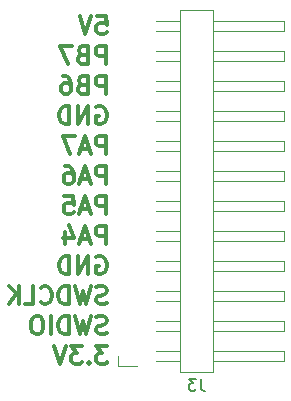
<source format=gbo>
G04 #@! TF.GenerationSoftware,KiCad,Pcbnew,5.0.2+dfsg1-1*
G04 #@! TF.CreationDate,2020-12-03T00:07:36+01:00*
G04 #@! TF.ProjectId,left,6c656674-2e6b-4696-9361-645f70636258,rev?*
G04 #@! TF.SameCoordinates,Original*
G04 #@! TF.FileFunction,Legend,Bot*
G04 #@! TF.FilePolarity,Positive*
%FSLAX46Y46*%
G04 Gerber Fmt 4.6, Leading zero omitted, Abs format (unit mm)*
G04 Created by KiCad (PCBNEW 5.0.2+dfsg1-1) date jeu. 03 déc. 2020 00:07:36 CET*
%MOMM*%
%LPD*%
G01*
G04 APERTURE LIST*
%ADD10C,0.300000*%
%ADD11C,0.120000*%
%ADD12C,0.150000*%
%ADD13C,2.200000*%
%ADD14C,4.000000*%
%ADD15C,1.900000*%
%ADD16C,1.700000*%
%ADD17O,1.600000X2.000000*%
%ADD18C,0.800000*%
%ADD19R,2.500000X1.000000*%
%ADD20O,1.000000X2.100000*%
%ADD21C,0.650000*%
%ADD22O,1.000000X1.600000*%
G04 APERTURE END LIST*
D10*
X234953571Y-62043571D02*
X235667857Y-62043571D01*
X235739285Y-62757857D01*
X235667857Y-62686428D01*
X235525000Y-62615000D01*
X235167857Y-62615000D01*
X235025000Y-62686428D01*
X234953571Y-62757857D01*
X234882142Y-62900714D01*
X234882142Y-63257857D01*
X234953571Y-63400714D01*
X235025000Y-63472142D01*
X235167857Y-63543571D01*
X235525000Y-63543571D01*
X235667857Y-63472142D01*
X235739285Y-63400714D01*
X234453571Y-62043571D02*
X233953571Y-63543571D01*
X233453571Y-62043571D01*
X235667857Y-66083571D02*
X235667857Y-64583571D01*
X235096428Y-64583571D01*
X234953571Y-64655000D01*
X234882142Y-64726428D01*
X234810714Y-64869285D01*
X234810714Y-65083571D01*
X234882142Y-65226428D01*
X234953571Y-65297857D01*
X235096428Y-65369285D01*
X235667857Y-65369285D01*
X233667857Y-65297857D02*
X233453571Y-65369285D01*
X233382142Y-65440714D01*
X233310714Y-65583571D01*
X233310714Y-65797857D01*
X233382142Y-65940714D01*
X233453571Y-66012142D01*
X233596428Y-66083571D01*
X234167857Y-66083571D01*
X234167857Y-64583571D01*
X233667857Y-64583571D01*
X233525000Y-64655000D01*
X233453571Y-64726428D01*
X233382142Y-64869285D01*
X233382142Y-65012142D01*
X233453571Y-65155000D01*
X233525000Y-65226428D01*
X233667857Y-65297857D01*
X234167857Y-65297857D01*
X232810714Y-64583571D02*
X231810714Y-64583571D01*
X232453571Y-66083571D01*
X235667857Y-68623571D02*
X235667857Y-67123571D01*
X235096428Y-67123571D01*
X234953571Y-67195000D01*
X234882142Y-67266428D01*
X234810714Y-67409285D01*
X234810714Y-67623571D01*
X234882142Y-67766428D01*
X234953571Y-67837857D01*
X235096428Y-67909285D01*
X235667857Y-67909285D01*
X233667857Y-67837857D02*
X233453571Y-67909285D01*
X233382142Y-67980714D01*
X233310714Y-68123571D01*
X233310714Y-68337857D01*
X233382142Y-68480714D01*
X233453571Y-68552142D01*
X233596428Y-68623571D01*
X234167857Y-68623571D01*
X234167857Y-67123571D01*
X233667857Y-67123571D01*
X233525000Y-67195000D01*
X233453571Y-67266428D01*
X233382142Y-67409285D01*
X233382142Y-67552142D01*
X233453571Y-67695000D01*
X233525000Y-67766428D01*
X233667857Y-67837857D01*
X234167857Y-67837857D01*
X232025000Y-67123571D02*
X232310714Y-67123571D01*
X232453571Y-67195000D01*
X232525000Y-67266428D01*
X232667857Y-67480714D01*
X232739285Y-67766428D01*
X232739285Y-68337857D01*
X232667857Y-68480714D01*
X232596428Y-68552142D01*
X232453571Y-68623571D01*
X232167857Y-68623571D01*
X232025000Y-68552142D01*
X231953571Y-68480714D01*
X231882142Y-68337857D01*
X231882142Y-67980714D01*
X231953571Y-67837857D01*
X232025000Y-67766428D01*
X232167857Y-67695000D01*
X232453571Y-67695000D01*
X232596428Y-67766428D01*
X232667857Y-67837857D01*
X232739285Y-67980714D01*
X234882142Y-69735000D02*
X235025000Y-69663571D01*
X235239285Y-69663571D01*
X235453571Y-69735000D01*
X235596428Y-69877857D01*
X235667857Y-70020714D01*
X235739285Y-70306428D01*
X235739285Y-70520714D01*
X235667857Y-70806428D01*
X235596428Y-70949285D01*
X235453571Y-71092142D01*
X235239285Y-71163571D01*
X235096428Y-71163571D01*
X234882142Y-71092142D01*
X234810714Y-71020714D01*
X234810714Y-70520714D01*
X235096428Y-70520714D01*
X234167857Y-71163571D02*
X234167857Y-69663571D01*
X233310714Y-71163571D01*
X233310714Y-69663571D01*
X232596428Y-71163571D02*
X232596428Y-69663571D01*
X232239285Y-69663571D01*
X232025000Y-69735000D01*
X231882142Y-69877857D01*
X231810714Y-70020714D01*
X231739285Y-70306428D01*
X231739285Y-70520714D01*
X231810714Y-70806428D01*
X231882142Y-70949285D01*
X232025000Y-71092142D01*
X232239285Y-71163571D01*
X232596428Y-71163571D01*
X235667857Y-73703571D02*
X235667857Y-72203571D01*
X235096428Y-72203571D01*
X234953571Y-72275000D01*
X234882142Y-72346428D01*
X234810714Y-72489285D01*
X234810714Y-72703571D01*
X234882142Y-72846428D01*
X234953571Y-72917857D01*
X235096428Y-72989285D01*
X235667857Y-72989285D01*
X234239285Y-73275000D02*
X233525000Y-73275000D01*
X234382142Y-73703571D02*
X233882142Y-72203571D01*
X233382142Y-73703571D01*
X233025000Y-72203571D02*
X232025000Y-72203571D01*
X232667857Y-73703571D01*
X235667857Y-76243571D02*
X235667857Y-74743571D01*
X235096428Y-74743571D01*
X234953571Y-74815000D01*
X234882142Y-74886428D01*
X234810714Y-75029285D01*
X234810714Y-75243571D01*
X234882142Y-75386428D01*
X234953571Y-75457857D01*
X235096428Y-75529285D01*
X235667857Y-75529285D01*
X234239285Y-75815000D02*
X233525000Y-75815000D01*
X234382142Y-76243571D02*
X233882142Y-74743571D01*
X233382142Y-76243571D01*
X232239285Y-74743571D02*
X232525000Y-74743571D01*
X232667857Y-74815000D01*
X232739285Y-74886428D01*
X232882142Y-75100714D01*
X232953571Y-75386428D01*
X232953571Y-75957857D01*
X232882142Y-76100714D01*
X232810714Y-76172142D01*
X232667857Y-76243571D01*
X232382142Y-76243571D01*
X232239285Y-76172142D01*
X232167857Y-76100714D01*
X232096428Y-75957857D01*
X232096428Y-75600714D01*
X232167857Y-75457857D01*
X232239285Y-75386428D01*
X232382142Y-75315000D01*
X232667857Y-75315000D01*
X232810714Y-75386428D01*
X232882142Y-75457857D01*
X232953571Y-75600714D01*
X235667857Y-78783571D02*
X235667857Y-77283571D01*
X235096428Y-77283571D01*
X234953571Y-77355000D01*
X234882142Y-77426428D01*
X234810714Y-77569285D01*
X234810714Y-77783571D01*
X234882142Y-77926428D01*
X234953571Y-77997857D01*
X235096428Y-78069285D01*
X235667857Y-78069285D01*
X234239285Y-78355000D02*
X233525000Y-78355000D01*
X234382142Y-78783571D02*
X233882142Y-77283571D01*
X233382142Y-78783571D01*
X232167857Y-77283571D02*
X232882142Y-77283571D01*
X232953571Y-77997857D01*
X232882142Y-77926428D01*
X232739285Y-77855000D01*
X232382142Y-77855000D01*
X232239285Y-77926428D01*
X232167857Y-77997857D01*
X232096428Y-78140714D01*
X232096428Y-78497857D01*
X232167857Y-78640714D01*
X232239285Y-78712142D01*
X232382142Y-78783571D01*
X232739285Y-78783571D01*
X232882142Y-78712142D01*
X232953571Y-78640714D01*
X235667857Y-81323571D02*
X235667857Y-79823571D01*
X235096428Y-79823571D01*
X234953571Y-79895000D01*
X234882142Y-79966428D01*
X234810714Y-80109285D01*
X234810714Y-80323571D01*
X234882142Y-80466428D01*
X234953571Y-80537857D01*
X235096428Y-80609285D01*
X235667857Y-80609285D01*
X234239285Y-80895000D02*
X233525000Y-80895000D01*
X234382142Y-81323571D02*
X233882142Y-79823571D01*
X233382142Y-81323571D01*
X232239285Y-80323571D02*
X232239285Y-81323571D01*
X232596428Y-79752142D02*
X232953571Y-80823571D01*
X232025000Y-80823571D01*
X234882142Y-82435000D02*
X235025000Y-82363571D01*
X235239285Y-82363571D01*
X235453571Y-82435000D01*
X235596428Y-82577857D01*
X235667857Y-82720714D01*
X235739285Y-83006428D01*
X235739285Y-83220714D01*
X235667857Y-83506428D01*
X235596428Y-83649285D01*
X235453571Y-83792142D01*
X235239285Y-83863571D01*
X235096428Y-83863571D01*
X234882142Y-83792142D01*
X234810714Y-83720714D01*
X234810714Y-83220714D01*
X235096428Y-83220714D01*
X234167857Y-83863571D02*
X234167857Y-82363571D01*
X233310714Y-83863571D01*
X233310714Y-82363571D01*
X232596428Y-83863571D02*
X232596428Y-82363571D01*
X232239285Y-82363571D01*
X232025000Y-82435000D01*
X231882142Y-82577857D01*
X231810714Y-82720714D01*
X231739285Y-83006428D01*
X231739285Y-83220714D01*
X231810714Y-83506428D01*
X231882142Y-83649285D01*
X232025000Y-83792142D01*
X232239285Y-83863571D01*
X232596428Y-83863571D01*
X235739285Y-86332142D02*
X235525000Y-86403571D01*
X235167857Y-86403571D01*
X235025000Y-86332142D01*
X234953571Y-86260714D01*
X234882142Y-86117857D01*
X234882142Y-85975000D01*
X234953571Y-85832142D01*
X235025000Y-85760714D01*
X235167857Y-85689285D01*
X235453571Y-85617857D01*
X235596428Y-85546428D01*
X235667857Y-85475000D01*
X235739285Y-85332142D01*
X235739285Y-85189285D01*
X235667857Y-85046428D01*
X235596428Y-84975000D01*
X235453571Y-84903571D01*
X235096428Y-84903571D01*
X234882142Y-84975000D01*
X234382142Y-84903571D02*
X234025000Y-86403571D01*
X233739285Y-85332142D01*
X233453571Y-86403571D01*
X233096428Y-84903571D01*
X232525000Y-86403571D02*
X232525000Y-84903571D01*
X232167857Y-84903571D01*
X231953571Y-84975000D01*
X231810714Y-85117857D01*
X231739285Y-85260714D01*
X231667857Y-85546428D01*
X231667857Y-85760714D01*
X231739285Y-86046428D01*
X231810714Y-86189285D01*
X231953571Y-86332142D01*
X232167857Y-86403571D01*
X232525000Y-86403571D01*
X230167857Y-86260714D02*
X230239285Y-86332142D01*
X230453571Y-86403571D01*
X230596428Y-86403571D01*
X230810714Y-86332142D01*
X230953571Y-86189285D01*
X231025000Y-86046428D01*
X231096428Y-85760714D01*
X231096428Y-85546428D01*
X231025000Y-85260714D01*
X230953571Y-85117857D01*
X230810714Y-84975000D01*
X230596428Y-84903571D01*
X230453571Y-84903571D01*
X230239285Y-84975000D01*
X230167857Y-85046428D01*
X228810714Y-86403571D02*
X229525000Y-86403571D01*
X229525000Y-84903571D01*
X228310714Y-86403571D02*
X228310714Y-84903571D01*
X227453571Y-86403571D02*
X228096428Y-85546428D01*
X227453571Y-84903571D02*
X228310714Y-85760714D01*
X235739285Y-88872142D02*
X235525000Y-88943571D01*
X235167857Y-88943571D01*
X235025000Y-88872142D01*
X234953571Y-88800714D01*
X234882142Y-88657857D01*
X234882142Y-88515000D01*
X234953571Y-88372142D01*
X235025000Y-88300714D01*
X235167857Y-88229285D01*
X235453571Y-88157857D01*
X235596428Y-88086428D01*
X235667857Y-88015000D01*
X235739285Y-87872142D01*
X235739285Y-87729285D01*
X235667857Y-87586428D01*
X235596428Y-87515000D01*
X235453571Y-87443571D01*
X235096428Y-87443571D01*
X234882142Y-87515000D01*
X234382142Y-87443571D02*
X234025000Y-88943571D01*
X233739285Y-87872142D01*
X233453571Y-88943571D01*
X233096428Y-87443571D01*
X232525000Y-88943571D02*
X232525000Y-87443571D01*
X232167857Y-87443571D01*
X231953571Y-87515000D01*
X231810714Y-87657857D01*
X231739285Y-87800714D01*
X231667857Y-88086428D01*
X231667857Y-88300714D01*
X231739285Y-88586428D01*
X231810714Y-88729285D01*
X231953571Y-88872142D01*
X232167857Y-88943571D01*
X232525000Y-88943571D01*
X231025000Y-88943571D02*
X231025000Y-87443571D01*
X230025000Y-87443571D02*
X229739285Y-87443571D01*
X229596428Y-87515000D01*
X229453571Y-87657857D01*
X229382142Y-87943571D01*
X229382142Y-88443571D01*
X229453571Y-88729285D01*
X229596428Y-88872142D01*
X229739285Y-88943571D01*
X230025000Y-88943571D01*
X230167857Y-88872142D01*
X230310714Y-88729285D01*
X230382142Y-88443571D01*
X230382142Y-87943571D01*
X230310714Y-87657857D01*
X230167857Y-87515000D01*
X230025000Y-87443571D01*
X235810714Y-89983571D02*
X234882142Y-89983571D01*
X235382142Y-90555000D01*
X235167857Y-90555000D01*
X235025000Y-90626428D01*
X234953571Y-90697857D01*
X234882142Y-90840714D01*
X234882142Y-91197857D01*
X234953571Y-91340714D01*
X235025000Y-91412142D01*
X235167857Y-91483571D01*
X235596428Y-91483571D01*
X235739285Y-91412142D01*
X235810714Y-91340714D01*
X234239285Y-91340714D02*
X234167857Y-91412142D01*
X234239285Y-91483571D01*
X234310714Y-91412142D01*
X234239285Y-91340714D01*
X234239285Y-91483571D01*
X233667857Y-89983571D02*
X232739285Y-89983571D01*
X233239285Y-90555000D01*
X233025000Y-90555000D01*
X232882142Y-90626428D01*
X232810714Y-90697857D01*
X232739285Y-90840714D01*
X232739285Y-91197857D01*
X232810714Y-91340714D01*
X232882142Y-91412142D01*
X233025000Y-91483571D01*
X233453571Y-91483571D01*
X233596428Y-91412142D01*
X233667857Y-91340714D01*
X232310714Y-89983571D02*
X231810714Y-91483571D01*
X231310714Y-89983571D01*
D11*
G04 #@! TO.C,J3*
X236745000Y-91625000D02*
X238315000Y-91625000D01*
X236745000Y-90805000D02*
X236745000Y-91625000D01*
X250735000Y-62425000D02*
X244735000Y-62425000D01*
X250735000Y-63305000D02*
X250735000Y-62425000D01*
X244735000Y-63305000D02*
X250735000Y-63305000D01*
X239885000Y-62425000D02*
X241995000Y-62425000D01*
X239885000Y-63305000D02*
X241995000Y-63305000D01*
X250735000Y-64965000D02*
X244735000Y-64965000D01*
X250735000Y-65845000D02*
X250735000Y-64965000D01*
X244735000Y-65845000D02*
X250735000Y-65845000D01*
X239885000Y-64965000D02*
X241995000Y-64965000D01*
X239885000Y-65845000D02*
X241995000Y-65845000D01*
X250735000Y-67505000D02*
X244735000Y-67505000D01*
X250735000Y-68385000D02*
X250735000Y-67505000D01*
X244735000Y-68385000D02*
X250735000Y-68385000D01*
X239885000Y-67505000D02*
X241995000Y-67505000D01*
X239885000Y-68385000D02*
X241995000Y-68385000D01*
X250735000Y-70045000D02*
X244735000Y-70045000D01*
X250735000Y-70925000D02*
X250735000Y-70045000D01*
X244735000Y-70925000D02*
X250735000Y-70925000D01*
X239885000Y-70045000D02*
X241995000Y-70045000D01*
X239885000Y-70925000D02*
X241995000Y-70925000D01*
X250735000Y-72585000D02*
X244735000Y-72585000D01*
X250735000Y-73465000D02*
X250735000Y-72585000D01*
X244735000Y-73465000D02*
X250735000Y-73465000D01*
X239885000Y-72585000D02*
X241995000Y-72585000D01*
X239885000Y-73465000D02*
X241995000Y-73465000D01*
X250735000Y-75125000D02*
X244735000Y-75125000D01*
X250735000Y-76005000D02*
X250735000Y-75125000D01*
X244735000Y-76005000D02*
X250735000Y-76005000D01*
X239885000Y-75125000D02*
X241995000Y-75125000D01*
X239885000Y-76005000D02*
X241995000Y-76005000D01*
X250735000Y-77665000D02*
X244735000Y-77665000D01*
X250735000Y-78545000D02*
X250735000Y-77665000D01*
X244735000Y-78545000D02*
X250735000Y-78545000D01*
X239885000Y-77665000D02*
X241995000Y-77665000D01*
X239885000Y-78545000D02*
X241995000Y-78545000D01*
X250735000Y-80205000D02*
X244735000Y-80205000D01*
X250735000Y-81085000D02*
X250735000Y-80205000D01*
X244735000Y-81085000D02*
X250735000Y-81085000D01*
X239885000Y-80205000D02*
X241995000Y-80205000D01*
X239885000Y-81085000D02*
X241995000Y-81085000D01*
X250735000Y-82745000D02*
X244735000Y-82745000D01*
X250735000Y-83625000D02*
X250735000Y-82745000D01*
X244735000Y-83625000D02*
X250735000Y-83625000D01*
X239885000Y-82745000D02*
X241995000Y-82745000D01*
X239885000Y-83625000D02*
X241995000Y-83625000D01*
X250735000Y-85285000D02*
X244735000Y-85285000D01*
X250735000Y-86165000D02*
X250735000Y-85285000D01*
X244735000Y-86165000D02*
X250735000Y-86165000D01*
X239885000Y-85285000D02*
X241995000Y-85285000D01*
X239885000Y-86165000D02*
X241995000Y-86165000D01*
X250735000Y-87825000D02*
X244735000Y-87825000D01*
X250735000Y-88705000D02*
X250735000Y-87825000D01*
X244735000Y-88705000D02*
X250735000Y-88705000D01*
X239885000Y-87825000D02*
X241995000Y-87825000D01*
X239885000Y-88705000D02*
X241995000Y-88705000D01*
X250735000Y-90365000D02*
X244735000Y-90365000D01*
X250735000Y-91245000D02*
X250735000Y-90365000D01*
X244735000Y-91245000D02*
X250735000Y-91245000D01*
X239885000Y-90365000D02*
X241995000Y-90365000D01*
X239885000Y-91245000D02*
X241995000Y-91245000D01*
X241995000Y-61475000D02*
X241995000Y-92195000D01*
X244735000Y-61475000D02*
X241995000Y-61475000D01*
X244735000Y-92195000D02*
X244735000Y-61475000D01*
X241995000Y-92195000D02*
X244735000Y-92195000D01*
D12*
X243693333Y-92727380D02*
X243693333Y-93441666D01*
X243740952Y-93584523D01*
X243836190Y-93679761D01*
X243979047Y-93727380D01*
X244074285Y-93727380D01*
X243312380Y-92727380D02*
X242693333Y-92727380D01*
X243026666Y-93108333D01*
X242883809Y-93108333D01*
X242788571Y-93155952D01*
X242740952Y-93203571D01*
X242693333Y-93298809D01*
X242693333Y-93536904D01*
X242740952Y-93632142D01*
X242788571Y-93679761D01*
X242883809Y-93727380D01*
X243169523Y-93727380D01*
X243264761Y-93679761D01*
X243312380Y-93632142D01*
G04 #@! TD*
%LPC*%
D13*
G04 #@! TO.C,SW15*
X228935337Y-117530365D03*
D14*
X222631000Y-118745000D03*
D15*
X217708861Y-116290912D03*
X227553139Y-121199088D03*
D13*
X225263567Y-113464887D03*
X227170818Y-115332076D03*
X220354643Y-114771853D03*
D16*
X227177267Y-121011685D03*
X218084733Y-116478315D03*
G04 #@! TD*
G04 #@! TO.C,SW4*
X109220000Y-85725000D03*
X119380000Y-85725000D03*
D13*
X110490000Y-83185000D03*
X116840000Y-80645000D03*
X114300000Y-79825000D03*
D15*
X119800000Y-85725000D03*
X108800000Y-85725000D03*
D14*
X114300000Y-85725000D03*
D13*
X119400000Y-81825000D03*
G04 #@! TD*
G04 #@! TO.C,SW5*
X119400000Y-100875000D03*
D14*
X114300000Y-104775000D03*
D15*
X108800000Y-104775000D03*
X119800000Y-104775000D03*
D13*
X114300000Y-98875000D03*
X116840000Y-99695000D03*
X110490000Y-102235000D03*
D16*
X119380000Y-104775000D03*
X109220000Y-104775000D03*
G04 #@! TD*
G04 #@! TO.C,SW7*
X147320000Y-53975000D03*
X157480000Y-53975000D03*
D13*
X148590000Y-51435000D03*
X154940000Y-48895000D03*
X152400000Y-48075000D03*
D15*
X157900000Y-53975000D03*
X146900000Y-53975000D03*
D14*
X152400000Y-53975000D03*
D13*
X157500000Y-50075000D03*
G04 #@! TD*
G04 #@! TO.C,SW13*
X214650000Y-71665000D03*
D14*
X209550000Y-75565000D03*
D15*
X204050000Y-75565000D03*
X215050000Y-75565000D03*
D13*
X209550000Y-69665000D03*
X212090000Y-70485000D03*
X205740000Y-73025000D03*
D16*
X214630000Y-75565000D03*
X204470000Y-75565000D03*
G04 #@! TD*
G04 #@! TO.C,SW8*
X147320000Y-73025000D03*
X157480000Y-73025000D03*
D13*
X148590000Y-70485000D03*
X154940000Y-67945000D03*
X152400000Y-67125000D03*
D15*
X157900000Y-73025000D03*
X146900000Y-73025000D03*
D14*
X152400000Y-73025000D03*
D13*
X157500000Y-69125000D03*
G04 #@! TD*
G04 #@! TO.C,SW9*
X157500000Y-88175000D03*
D14*
X152400000Y-92075000D03*
D15*
X146900000Y-92075000D03*
X157900000Y-92075000D03*
D13*
X152400000Y-86175000D03*
X154940000Y-86995000D03*
X148590000Y-89535000D03*
D16*
X157480000Y-92075000D03*
X147320000Y-92075000D03*
G04 #@! TD*
G04 #@! TO.C,SW10*
X156845000Y-111125000D03*
X167005000Y-111125000D03*
D13*
X158115000Y-108585000D03*
X164465000Y-106045000D03*
X161925000Y-105225000D03*
D15*
X167425000Y-111125000D03*
X156425000Y-111125000D03*
D14*
X161925000Y-111125000D03*
D13*
X167025000Y-107225000D03*
G04 #@! TD*
G04 #@! TO.C,SW12*
X214650000Y-52615000D03*
D14*
X209550000Y-56515000D03*
D15*
X204050000Y-56515000D03*
X215050000Y-56515000D03*
D13*
X209550000Y-50615000D03*
X212090000Y-51435000D03*
X205740000Y-53975000D03*
D16*
X214630000Y-56515000D03*
X204470000Y-56515000D03*
G04 #@! TD*
G04 #@! TO.C,SW14*
X204470000Y-94615000D03*
X214630000Y-94615000D03*
D13*
X205740000Y-92075000D03*
X212090000Y-89535000D03*
X209550000Y-88715000D03*
D15*
X215050000Y-94615000D03*
X204050000Y-94615000D03*
D14*
X209550000Y-94615000D03*
D13*
X214650000Y-90715000D03*
G04 #@! TD*
G04 #@! TO.C,SW17*
X138450000Y-60235000D03*
D14*
X133350000Y-64135000D03*
D15*
X127850000Y-64135000D03*
X138850000Y-64135000D03*
D13*
X133350000Y-58235000D03*
X135890000Y-59055000D03*
X129540000Y-61595000D03*
D16*
X138430000Y-64135000D03*
X128270000Y-64135000D03*
G04 #@! TD*
G04 #@! TO.C,SW18*
X128270000Y-83185000D03*
X138430000Y-83185000D03*
D13*
X129540000Y-80645000D03*
X135890000Y-78105000D03*
X133350000Y-77285000D03*
D15*
X138850000Y-83185000D03*
X127850000Y-83185000D03*
D14*
X133350000Y-83185000D03*
D13*
X138450000Y-79285000D03*
G04 #@! TD*
G04 #@! TO.C,SW19*
X138450000Y-98335000D03*
D14*
X133350000Y-102235000D03*
D15*
X127850000Y-102235000D03*
X138850000Y-102235000D03*
D13*
X133350000Y-96335000D03*
X135890000Y-97155000D03*
X129540000Y-99695000D03*
D16*
X138430000Y-102235000D03*
X128270000Y-102235000D03*
G04 #@! TD*
G04 #@! TO.C,SW21*
X166370000Y-51435000D03*
X176530000Y-51435000D03*
D13*
X167640000Y-48895000D03*
X173990000Y-46355000D03*
X171450000Y-45535000D03*
D15*
X176950000Y-51435000D03*
X165950000Y-51435000D03*
D14*
X171450000Y-51435000D03*
D13*
X176550000Y-47535000D03*
G04 #@! TD*
G04 #@! TO.C,SW22*
X176550000Y-66585000D03*
D14*
X171450000Y-70485000D03*
D15*
X165950000Y-70485000D03*
X176950000Y-70485000D03*
D13*
X171450000Y-64585000D03*
X173990000Y-65405000D03*
X167640000Y-67945000D03*
D16*
X176530000Y-70485000D03*
X166370000Y-70485000D03*
G04 #@! TD*
G04 #@! TO.C,SW23*
X166370000Y-89535000D03*
X176530000Y-89535000D03*
D13*
X167640000Y-86995000D03*
X173990000Y-84455000D03*
X171450000Y-83635000D03*
D15*
X176950000Y-89535000D03*
X165950000Y-89535000D03*
D14*
X171450000Y-89535000D03*
D13*
X176550000Y-85635000D03*
G04 #@! TD*
G04 #@! TO.C,SW31*
X195600000Y-50075000D03*
D14*
X190500000Y-53975000D03*
D15*
X185000000Y-53975000D03*
X196000000Y-53975000D03*
D13*
X190500000Y-48075000D03*
X193040000Y-48895000D03*
X186690000Y-51435000D03*
D16*
X195580000Y-53975000D03*
X185420000Y-53975000D03*
G04 #@! TD*
G04 #@! TO.C,SW32*
X185420000Y-73025000D03*
X195580000Y-73025000D03*
D13*
X186690000Y-70485000D03*
X193040000Y-67945000D03*
X190500000Y-67125000D03*
D15*
X196000000Y-73025000D03*
X185000000Y-73025000D03*
D14*
X190500000Y-73025000D03*
D13*
X195600000Y-69125000D03*
G04 #@! TD*
G04 #@! TO.C,SW33*
X195600000Y-88175000D03*
D14*
X190500000Y-92075000D03*
D15*
X185000000Y-92075000D03*
X196000000Y-92075000D03*
D13*
X190500000Y-86175000D03*
X193040000Y-86995000D03*
X186690000Y-89535000D03*
D16*
X195580000Y-92075000D03*
X185420000Y-92075000D03*
G04 #@! TD*
G04 #@! TO.C,SW34*
X194945000Y-113665000D03*
X205105000Y-113665000D03*
D13*
X196215000Y-111125000D03*
X202565000Y-108585000D03*
X200025000Y-107765000D03*
D15*
X205525000Y-113665000D03*
X194525000Y-113665000D03*
D14*
X200025000Y-113665000D03*
D13*
X205125000Y-109765000D03*
G04 #@! TD*
G04 #@! TO.C,SW24*
X186075000Y-107225000D03*
D14*
X180975000Y-111125000D03*
D15*
X175475000Y-111125000D03*
X186475000Y-111125000D03*
D13*
X180975000Y-105225000D03*
X183515000Y-106045000D03*
X177165000Y-108585000D03*
D16*
X186055000Y-111125000D03*
X175895000Y-111125000D03*
G04 #@! TD*
D13*
G04 #@! TO.C,SW3*
X119400000Y-62775000D03*
D14*
X114300000Y-66675000D03*
D15*
X108800000Y-66675000D03*
X119800000Y-66675000D03*
D13*
X114300000Y-60775000D03*
X116840000Y-61595000D03*
X110490000Y-64135000D03*
D16*
X119380000Y-66675000D03*
X109220000Y-66675000D03*
G04 #@! TD*
D17*
G04 #@! TO.C,J2*
X235063000Y-59560000D03*
X239663000Y-58460000D03*
X239663000Y-51460000D03*
D18*
X237363000Y-56860000D03*
X237363000Y-49860000D03*
D17*
X239663000Y-54460000D03*
G04 #@! TD*
D19*
G04 #@! TO.C,J3*
X238315000Y-62865000D03*
X238315000Y-65405000D03*
X238315000Y-67945000D03*
X238315000Y-70485000D03*
X238315000Y-73025000D03*
X238315000Y-75565000D03*
X238315000Y-78105000D03*
X238315000Y-80645000D03*
X238315000Y-83185000D03*
X238315000Y-85725000D03*
X238315000Y-88265000D03*
X238315000Y-90805000D03*
G04 #@! TD*
D20*
G04 #@! TO.C,J1*
X220470000Y-53930000D03*
X229110000Y-53930000D03*
D21*
X227680000Y-53400000D03*
D22*
X229110000Y-49750000D03*
D21*
X221900000Y-53400000D03*
D22*
X220470000Y-49750000D03*
G04 #@! TD*
M02*

</source>
